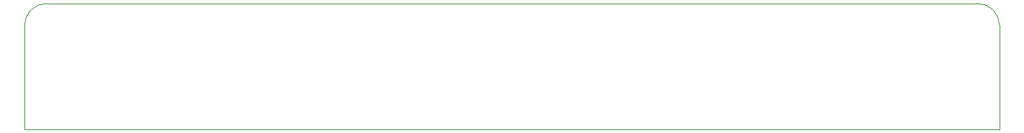
<source format=gm1>
G04 #@! TF.GenerationSoftware,KiCad,Pcbnew,8.0.1*
G04 #@! TF.CreationDate,2024-08-12T23:30:21+01:00*
G04 #@! TF.ProjectId,MICRO_TRUNK_6_INSULATOR_BACK,4d494352-4f5f-4545-9255-4e4b5f365f49,rev?*
G04 #@! TF.SameCoordinates,Original*
G04 #@! TF.FileFunction,Profile,NP*
%FSLAX46Y46*%
G04 Gerber Fmt 4.6, Leading zero omitted, Abs format (unit mm)*
G04 Created by KiCad (PCBNEW 8.0.1) date 2024-08-12 23:30:21*
%MOMM*%
%LPD*%
G01*
G04 APERTURE LIST*
G04 #@! TA.AperFunction,Profile*
%ADD10C,0.050000*%
G04 #@! TD*
G04 APERTURE END LIST*
D10*
X92388745Y-92302356D02*
X202025000Y-92300000D01*
X89818957Y-94877351D02*
G75*
G02*
X92388745Y-92302362I2575043J-49D01*
G01*
X89818957Y-107152354D02*
X204603957Y-107152354D01*
X204599998Y-94869783D02*
X204603957Y-107152354D01*
X89818957Y-107152354D02*
X89818957Y-94877351D01*
X202025000Y-92300000D02*
G75*
G02*
X204599995Y-94869783I0J-2575000D01*
G01*
M02*

</source>
